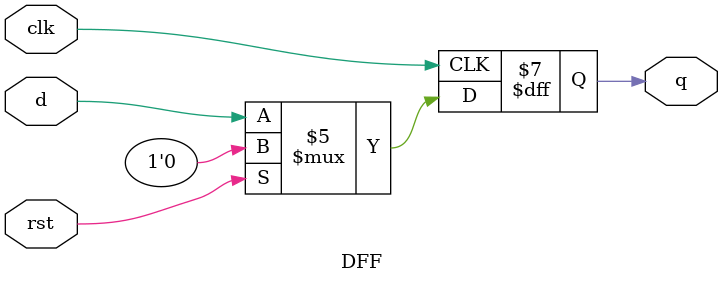
<source format=v>
`timescale 1ns / 1ps


module johnson_counter_jk(

   input clk,reset, output [3:0]out );
  wire t1,t2,t3,t4;  
    
    DFF utt1(.d(~t4),.clk(clk),.rst(reset),.q(t1));
    DFF utt2(.d(t1),.clk(clk),.rst(reset),.q(t2));
    DFF utt3(.d(t2),.clk(clk),.rst(reset),.q(t3));
    DFF utt4(.d(t3),.clk(clk),.rst(reset),.q(t4));
    assign out={t1,t2,t3,t4};
endmodule


module DFF(input d,clk,rst , output reg q

    );
    wire t1,clk1;
    assign t1=q^d;
    assign clk1=t1 & clk ;
    always @(posedge clk) begin
    if(rst)
    q<=1'b0;
    else
       q<=d;
    end
endmodule

</source>
